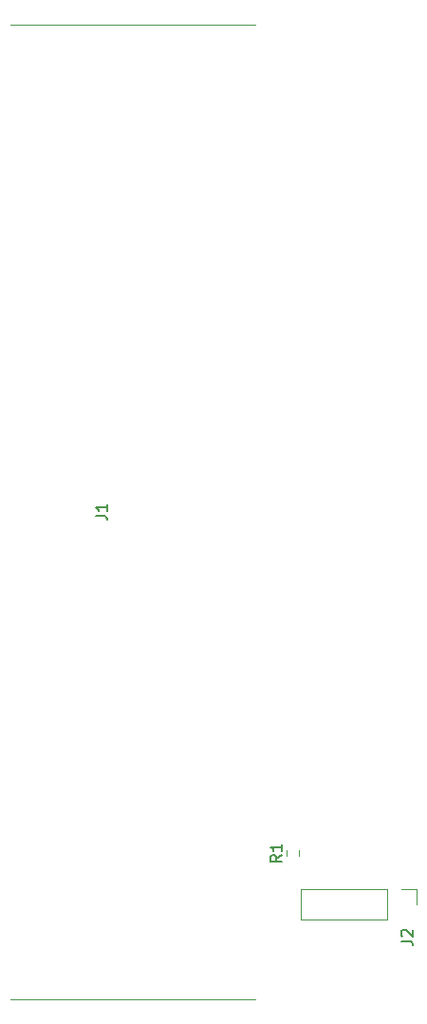
<source format=gto>
%TF.GenerationSoftware,KiCad,Pcbnew,(5.1.10)-1*%
%TF.CreationDate,2021-09-30T12:58:34+08:00*%
%TF.ProjectId,KCORES CSPS to ATX Converter,4b434f52-4553-4204-9353-505320746f20,1.0*%
%TF.SameCoordinates,Original*%
%TF.FileFunction,Legend,Top*%
%TF.FilePolarity,Positive*%
%FSLAX46Y46*%
G04 Gerber Fmt 4.6, Leading zero omitted, Abs format (unit mm)*
G04 Created by KiCad (PCBNEW (5.1.10)-1) date 2021-09-30 12:58:34*
%MOMM*%
%LPD*%
G01*
G04 APERTURE LIST*
%ADD10C,0.120000*%
%ADD11C,0.150000*%
G04 APERTURE END LIST*
D10*
%TO.C,R1*%
X103986500Y-150141258D02*
X103986500Y-149666742D01*
X105031500Y-150141258D02*
X105031500Y-149666742D01*
%TO.C,J2*%
X105274500Y-153146000D02*
X105274500Y-155806000D01*
X112954500Y-153146000D02*
X105274500Y-153146000D01*
X112954500Y-155806000D02*
X105274500Y-155806000D01*
X112954500Y-153146000D02*
X112954500Y-155806000D01*
X114224500Y-153146000D02*
X115554500Y-153146000D01*
X115554500Y-153146000D02*
X115554500Y-154476000D01*
%TO.C,J1*%
X101207000Y-162897500D02*
X79363000Y-162897500D01*
X79363000Y-76077500D02*
X101207000Y-76077500D01*
%TO.C,R1*%
D11*
X103531380Y-150070666D02*
X103055190Y-150404000D01*
X103531380Y-150642095D02*
X102531380Y-150642095D01*
X102531380Y-150261142D01*
X102579000Y-150165904D01*
X102626619Y-150118285D01*
X102721857Y-150070666D01*
X102864714Y-150070666D01*
X102959952Y-150118285D01*
X103007571Y-150165904D01*
X103055190Y-150261142D01*
X103055190Y-150642095D01*
X103531380Y-149118285D02*
X103531380Y-149689714D01*
X103531380Y-149404000D02*
X102531380Y-149404000D01*
X102674238Y-149499238D01*
X102769476Y-149594476D01*
X102817095Y-149689714D01*
%TO.C,J2*%
X114184880Y-157730333D02*
X114899166Y-157730333D01*
X115042023Y-157777952D01*
X115137261Y-157873190D01*
X115184880Y-158016047D01*
X115184880Y-158111285D01*
X114280119Y-157301761D02*
X114232500Y-157254142D01*
X114184880Y-157158904D01*
X114184880Y-156920809D01*
X114232500Y-156825571D01*
X114280119Y-156777952D01*
X114375357Y-156730333D01*
X114470595Y-156730333D01*
X114613452Y-156777952D01*
X115184880Y-157349380D01*
X115184880Y-156730333D01*
%TO.C,J1*%
X86943380Y-119820833D02*
X87657666Y-119820833D01*
X87800523Y-119868452D01*
X87895761Y-119963690D01*
X87943380Y-120106547D01*
X87943380Y-120201785D01*
X87943380Y-118820833D02*
X87943380Y-119392261D01*
X87943380Y-119106547D02*
X86943380Y-119106547D01*
X87086238Y-119201785D01*
X87181476Y-119297023D01*
X87229095Y-119392261D01*
%TD*%
M02*

</source>
